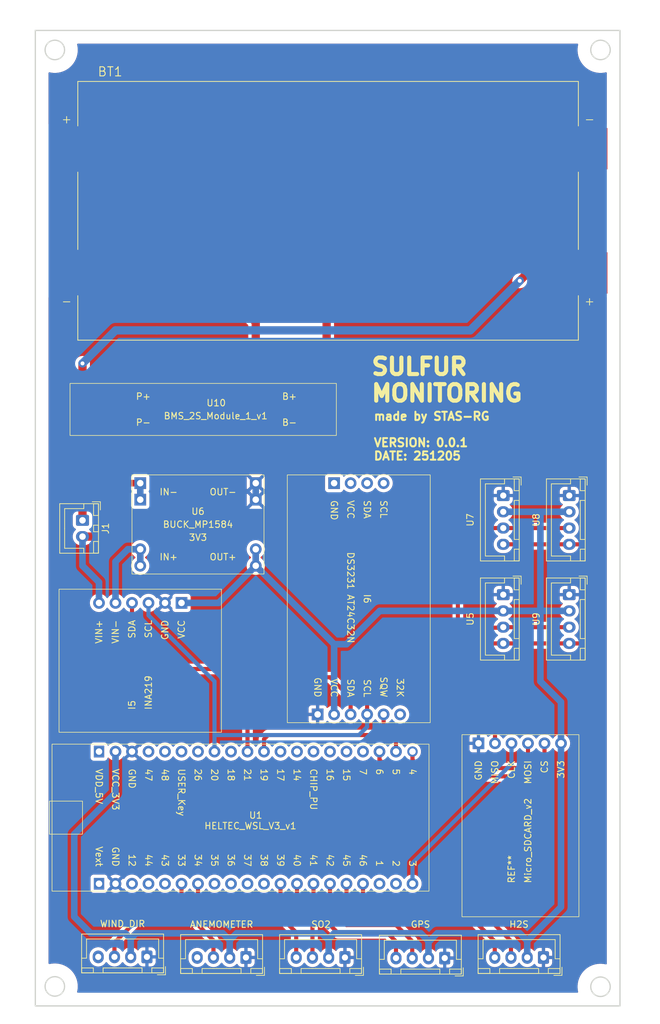
<source format=kicad_pcb>
(kicad_pcb (version 20241229) (generator "pcbnew") (generator_version "9.0")
  (layers (0 "F.Cu" signal) (2 "B.Cu" signal) (13 "F.Paste" user) (15 "B.Paste" user) (5 "F.SilkS" user "F.Silkscreen") (7 "B.SilkS" user "B.Silkscreen") (1 "F.Mask" user) (3 "B.Mask" user) (25 "Edge.Cuts" user))
  (net 0 "")
  (net 1 "+3V3")
  (net 2 "GND")
  (net 3 "SO2_TX")
  (net 4 "SO2_RX")
  (net 7 "H2S_RX")
  (net 8 "H2S_TX")
  (net 12 "GPS_TX")
  (net 15 "GPS_RX")
  (net 16 "I2C_SCL")
  (net 22 "I2C_SDA")
  (net 23 "Net-(I5-VIN-)")
  (net 24 "BMS_P+")
  (net 25 "RTC_INT_SQW")
  (net 31 "ADC_WIND_DIR")
  (net 32 "SPI_MOSI")
  (net 34 "SPI_SCK")
  (net 35 "SD_CS")
  (net 38 "SPI_MISO")
  (net 40 "ADC_ANEMOMETER")
  (net 41 "BMS_P-")
  (net 50 "Net-(U10-BM)")
  (net 51 "Net-(U10-B-)")
  (net 52 "Net-(U10-B+)")
  (footprint "Custom Board:uBlox_NEO-6M_Module_JST" (layer "F.Cu") (at 100.29 167.55 180)
    (property "Reference" "I3" (hide yes))
    (property "Value" "uBlox_NEO-6M" (hide yes))
    (fp_text user "GPS" (at 0 5.08 0) (layer "F.SilkS"))
    (pad "1" thru_hole roundrect (at -3.73 -0.09 180) (size 1.7 1.95) (drill 0.95) (layers "*.Cu" "*.Mask") (roundrect_rratio 0.147059) (net 2 "GND"))
    (pad "2" thru_hole oval (at -1.23 -0.09 180) (size 1.7 1.95) (drill 0.95) (layers "*.Cu" "*.Mask") (net 1 "+3V3"))
    (pad "3" thru_hole oval (at 1.27 -0.09 180) (size 1.7 1.95) (drill 0.95) (layers "*.Cu" "*.Mask") (net 12 "GPS_TX"))
    (pad "4" thru_hole oval (at 3.77 -0.09 180) (size 1.7 1.95) (drill 0.95) (layers "*.Cu" "*.Mask") (net 15 "GPS_RX"))
  )
  (footprint "Connector_JST:JST_XH_B4B-XH-A_1x04_P2.50mm_Vertical" (layer "F.Cu") (at 123.19 111.76 -90)
    (property "Reference" "U9" (at 3.75 5.08 90) (layer "F.SilkS"))
    (property "Value" "I2C_EXPANDER_JST")
    (pad "1" thru_hole roundrect (at 0 0 270) (size 1.7 1.95) (drill 0.95) (layers "*.Cu" "*.Mask") (roundrect_rratio 0.147059) (net 2 "GND"))
    (pad "2" thru_hole oval (at 2.5 0 270) (size 1.7 1.95) (drill 0.95) (layers "*.Cu" "*.Mask") (net 1 "+3V3"))
    (pad "3" thru_hole oval (at 5 0 270) (size 1.7 1.95) (drill 0.95) (layers "*.Cu" "*.Mask") (net 22 "I2C_SDA"))
    (pad "4" thru_hole oval (at 7.5 0 270) (size 1.7 1.95) (drill 0.95) (layers "*.Cu" "*.Mask") (net 16 "I2C_SCL"))
  )
  (footprint "Custom Board:TB600C_H2S_Module" (layer "F.Cu") (at 115.45 167.55 180)
    (property "Reference" "I2" (hide yes))
    (property "Value" "TB600C_H2S" (hide yes))
    (fp_text user "H2S" (at 0 5.08 0) (layer "F.SilkS"))
    (pad "1" thru_hole roundrect (at -3.77 0 180) (size 1.7 1.95) (drill 0.95) (layers "*.Cu" "*.Mask") (roundrect_rratio 0.147059) (net 2 "GND"))
    (pad "2" thru_hole oval (at -1.27 0 180) (size 1.7 1.95) (drill 0.95) (layers "*.Cu" "*.Mask") (net 1 "+3V3"))
    (pad "3" thru_hole oval (at 1.23 0 180) (size 1.7 1.95) (drill 0.95) (layers "*.Cu" "*.Mask") (net 8 "H2S_TX"))
    (pad "4" thru_hole oval (at 3.73 0 180) (size 1.7 1.95) (drill 0.95) (layers "*.Cu" "*.Mask") (net 7 "H2S_RX"))
  )
  (footprint "Custom Board:DS3231_Module" (layer "F.Cu") (at 89.535 112.395 -90)
    (property "Reference" "I6" (at 0 -2.54 270) (layer "F.SilkS"))
    (property "Value" "DS3231​")
    (fp_text user "GND" (at -15.24 2.54 270) (layer "F.SilkS") (effects (justify left)))
    (fp_text user "VCC" (at -15.24 0 270) (layer "F.SilkS") (effects (justify left)))
    (fp_text user "SDA" (at 15.24 -0.000001 270) (layer "F.SilkS") (effects (font (thickness 0.15) (bold yes)) (justify right)))
    (fp_text user "VCC" (at 15.24 2.539999 270) (layer "F.SilkS") (effects (font (thickness 0.15) (bold yes)) (justify right)))
    (fp_text user "SCL" (at 15.24 -2.540001 270) (layer "F.SilkS") (effects (font (thickness 0.15) (bold yes)) (justify right)))
    (fp_text user "SDA" (at -15.24 -2.54 270) (layer "F.SilkS") (effects (justify left)))
    (fp_text user "DS3231 AT24C32N" (at -0.185 0 270) (layer "F.SilkS"))
    (fp_text user "32K" (at 15.24 -7.620001 270) (layer "F.SilkS") (effects (font (thickness 0.15) (bold yes)) (justify right)))
    (fp_text user "GND" (at 15.24 5.079999 270) (layer "F.SilkS") (effects (font (thickness 0.15) (bold yes)) (justify right)))
    (fp_text user "SQW" (at 15.24 -5.080001 270) (layer "F.SilkS") (effects (font (thickness 0.15) (bold yes)) (justify right)))
    (fp_text user "SCL" (at -15.24 -5.08 270) (layer "F.SilkS") (effects (justify left)))
    (pad "1" thru_hole rect (at 17.78 5.079999 90) (size 1.8 1.8) (drill 1) (layers "*.Cu" "*.Mask") (net 2 "GND"))
    (pad "2" thru_hole circle (at 17.78 2.539999 90) (size 1.8 1.8) (drill 1) (layers "*.Cu" "*.Mask") (net 1 "+3V3"))
    (pad "3" thru_hole circle (at 17.78 -0.000001 90) (size 1.8 1.8) (drill 1) (layers "*.Cu" "*.Mask") (net 22 "I2C_SDA"))
    (pad "4" thru_hole circle (at 17.78 -2.540001 90) (size 1.8 1.8) (drill 1) (layers "*.Cu" "*.Mask") (net 16 "I2C_SCL"))
    (pad "5" thru_hole circle (at 17.78 -5.080001 90) (size 1.8 1.8) (drill 1) (layers "*.Cu" "*.Mask") (net 25 "RTC_INT_SQW"))
    (pad "6" thru_hole circle (at 17.78 -7.620001 90) (size 1.8 1.8) (drill 1) (layers "*.Cu" "*.Mask"))
    (pad "7" thru_hole rect (at -17.78 2.54 90) (size 1.8 1.8) (drill 1) (layers "*.Cu" "*.Mask"))
    (pad "8" thru_hole circle (at -17.78 0 90) (size 1.8 1.8) (drill 1) (layers "*.Cu" "*.Mask"))
    (pad "9" thru_hole circle (at -17.78 -2.54 90) (size 1.8 1.8) (drill 1) (layers "*.Cu" "*.Mask"))
    (pad "10" thru_hole circle (at -17.78 -5.08 90) (size 1.8 1.8) (drill 1) (layers "*.Cu" "*.Mask"))
  )
  (footprint "Connector_JST:JST_XH_B2B-XH-A_1x02_P2.50mm_Vertical" (layer "F.Cu") (at 48.26 100.33 -90)
    (property "Reference" "J1" (at 1.25 -3.55 90) (layer "F.SilkS"))
    (property "Value" "Conn_01x02")
    (pad "1" thru_hole roundrect (at 0 0 270) (size 1.7 2) (drill 1) (layers "*.Cu" "*.Mask") (roundrect_rratio 0.147059) (net 41 "BMS_P-"))
    (pad "2" thru_hole oval (at 2.5 0 270) (size 1.7 2) (drill 1) (layers "*.Cu" "*.Mask") (net 24 "BMS_P+"))
  )
  (footprint "Custom Board:Heltec_WSL_V3_Module" (layer "F.Cu") (at 71.12 146.05 -90)
    (property "Reference" "U1" (at -0.36 -3.81 0) (layer "F.SilkS"))
    (property "Value" "Heltec_WSL_V3")
    (fp_text user "18" (at -7.62 0 270) (layer "F.SilkS") (effects (justify left)))
    (fp_text user "43" (at 7.62 10.16 270) (layer "F.SilkS") (effects (justify right)))
    (fp_text user "2" (at 7.62 -25.4 270) (layer "F.SilkS") (effects (justify right)))
    (fp_text user "GND" (at -7.62 15.24 270) (layer "F.SilkS") (effects (justify left)))
    (fp_text user "35" (at 7.62 2.54 270) (layer "F.SilkS") (effects (justify right)))
    (fp_text user "20" (at -7.62 2.54 270) (layer "F.SilkS") (effects (justify left)))
    (fp_text user "48" (at -7.62 10.16 270) (layer "F.SilkS") (effects (justify left)))
    (fp_text user "26" (at -7.62 5.08 270) (layer "F.SilkS") (effects (justify left)))
    (fp_text user "1" (at 7.62 -22.86 270) (layer "F.SilkS") (effects (justify right)))
    (fp_text user "37" (at 7.62 -2.54 270) (layer "F.SilkS") (effects (justify right)))
    (fp_text user "12" (at 7.62 15.24 270) (layer "F.SilkS") (effects (justify right)))
    (fp_text user "21" (at -7.62 -2.54 270) (layer "F.SilkS") (effects (justify left)))
    (fp_text user "42" (at 7.62 -15.24 270) (layer "F.SilkS") (effects (justify right)))
    (fp_text user "VCC_3V3" (at -7.62 17.78 270) (layer "F.SilkS") (effects (justify left)))
    (fp_text user "36" (at 7.62 0 270) (layer "F.SilkS") (effects (justify right)))
    (fp_text user "Vext" (at 7.62 20.32 270) (layer "F.SilkS") (effects (justify right)))
    (fp_text user "39" (at 7.62 -7.62 270) (layer "F.SilkS") (effects (justify right)))
    (fp_text user "19" (at -7.62 -5.08 270) (layer "F.SilkS") (effects (justify left)))
    (fp_text user "GND" (at 7.62 17.78 270) (layer "F.SilkS") (effects (justify right)))
    (fp_text user "HELTEC_WSL_V3_v1" (at 1.27 -10.16 0) (layer "F.SilkS") (effects (justify right)))
    (fp_text user "38" (at 7.62 -5.08 270) (layer "F.SilkS") (effects (justify right)))
    (fp_text user "4" (at -7.62 -27.94 270) (layer "F.SilkS") (effects (justify left)))
    (fp_text user "40" (at 7.62 -10.16 270) (layer "F.SilkS") (effects (justify right)))
    (fp_text user "33" (at 7.62 7.62 270) (layer "F.SilkS") (effects (justify right)))
    (fp_text user "45" (at 7.62 -17.78 270) (layer "F.SilkS") (effects (justify right)))
    (fp_text user "46" (at 7.62 -20.32 270) (layer "F.SilkS") (effects (justify right)))
    (fp_text user "USER_Key" (at -7.62 7.62 270) (layer "F.SilkS") (effects (justify left)))
    (fp_text user "CHIP_PU" (at -7.62 -12.7 270) (layer "F.SilkS") (effects (justify left)))
    (fp_text user "41" (at 7.62 -12.7 270) (layer "F.SilkS") (effects (justify right)))
    (fp_text user "34" (at 7.62 5.08 270) (layer "F.SilkS") (effects (justify right)))
    (fp_text user "44" (at 7.62 12.7 270) (layer "F.SilkS") (effects (justify right)))
    (fp_text user "VDD_5V" (at -7.62 20.32 270) (layer "F.SilkS") (effects (justify left)))
    (fp_text user "17" (at -7.62 -7.62 270) (layer "F.SilkS") (effects (justify left)))
    (fp_text user "15" (at -7.62 -17.78 270) (layer "F.SilkS") (effects (justify left)))
    (fp_text user "14" (at -7.62 -10.16 270) (layer "F.SilkS") (effects (justify left)))
    (fp_text user "5" (at -7.62 -25.4 270) (layer "F.SilkS") (effects (justify left)))
    (fp_text user "7" (at -7.62 -20.32 270) (layer "F.SilkS") (effects (justify left)))
    (fp_text user "6" (at -7.62 -22.86 270) (layer "F.SilkS") (effects (justify left)))
    (fp_text user "47" (at -7.62 12.7 270) (layer "F.SilkS") (effects (justify left)))
    (fp_text user "16" (at -7.62 -15.24 270) (layer "F.SilkS") (effects (justify left)))
    (fp_text user "3" (at 7.62 -27.94 270) (layer "F.SilkS") (effects (justify right)))
    (pad "1" thru_hole rect (at 10.16 20.32 270) (size 1.8 1.6) (drill 1) (layers "*.Cu" "*.Mask"))
    (pad "2" thru_hole circle (at 10.16 17.78 180) (size 1.8 1.8) (drill 1) (layers "*.Cu" "*.Mask") (net 2 "GND"))
    (pad "3" thru_hole circle (at 10.16 15.24 180) (size 1.8 1.8) (drill 1) (layers "*.Cu" "*.Mask"))
    (pad "4" thru_hole circle (at 10.16 12.7 180) (size 1.8 1.8) (drill 1) (layers "*.Cu" "*.Mask"))
    (pad "5" thru_hole circle (at 10.16 10.16 180) (size 1.8 1.8) (drill 1) (layers "*.Cu" "*.Mask"))
    (pad "6" thru_hole circle (at 10.16 7.62 180) (size 1.8 1.8) (drill 1) (layers "*.Cu" "*.Mask") (net 31 "ADC_WIND_DIR"))
    (pad "7" thru_hole circle (at 10.16 5.08 180) (size 1.8 1.8) (drill 1) (layers "*.Cu" "*.Mask") (net 40 "ADC_ANEMOMETER"))
    (pad "8" thru_hole circle (at 10.16 2.54 180) (size 1.8 1.8) (drill 1) (layers "*.Cu" "*.Mask"))
    (pad "9" thru_hole circle (at 10.16 0 180) (size 1.8 1.8) (drill 1) (layers "*.Cu" "*.Mask"))
    (pad "10" thru_hole circle (at 10.16 -2.54 180) (size 1.8 1.8) (drill 1) (layers "*.Cu" "*.Mask"))
    (pad "11" thru_hole circle (at 10.16 -5.08 180) (size 1.8 1.8) (drill 1) (layers "*.Cu" "*.Mask"))
    (pad "12" thru_hole circle (at 10.16 -7.62 180) (size 1.8 1.8) (drill 1) (layers "*.Cu" "*.Mask") (net 4 "SO2_RX"))
    (pad "13" thru_hole circle (at 10.16 -10.16 180) (size 1.8 1.8) (drill 1) (layers "*.Cu" "*.Mask") (net 3 "SO2_TX"))
    (pad "14" thru_hole circle (at 10.16 -12.7 180) (size 1.8 1.8) (drill 1) (layers "*.Cu" "*.Mask") (net 15 "GPS_RX"))
    (pad "15" thru_hole circle (at 10.16 -15.24 180) (size 1.8 1.8) (drill 1) (layers "*.Cu" "*.Mask") (net 12 "GPS_TX"))
    (pad "16" thru_hole circle (at 10.16 -17.78 180) (size 1.8 1.8) (drill 1) (layers "*.Cu" "*.Mask") (net 7 "H2S_RX"))
    (pad "17" thru_hole circle (at 10.16 -20.32 180) (size 1.8 1.8) (drill 1) (layers "*.Cu" "*.Mask") (net 8 "H2S_TX"))
    (pad "18" thru_hole circle (at 10.16 -22.86 180) (size 1.8 1.8) (drill 1) (layers "*.Cu" "*.Mask"))
    (pad "19" thru_hole circle (at 10.16 -25.4 180) (size 1.8 1.8) (drill 1) (layers "*.Cu" "*.Mask"))
    (pad "20" thru_hole circle (at 10.16 -27.94 180) (size 1.8 1.8) (drill 1) (layers "*.Cu" "*.Mask") (net 34 "SPI_SCK"))
    (pad "21" thru_hole rect (at -10.16 20.32 270) (size 1.8 1.6) (drill 1) (layers "*.Cu" "*.Mask"))
    (pad "22" thru_hole circle (at -10.16 17.78 180) (size 1.8 1.8) (drill 1) (layers "*.Cu" "*.Mask") (net 1 "+3V3"))
    (pad "23" thru_hole circle (at -10.16 15.24 180) (size 1.8 1.8) (drill 1) (layers "*.Cu" "*.Mask") (net 2 "GND"))
    (pad "24" thru_hole circle (at -10.16 12.7 180) (size 1.8 1.8) (drill 1) (layers "*.Cu" "*.Mask"))
    (pad "25" thru_hole circle (at -10.16 10.16 180) (size 1.8 1.8) (drill 1) (layers "*.Cu" "*.Mask"))
    (pad "26" thru_hole circle (at -10.16 7.62 180) (size 1.8 1.8) (drill 1) (layers "*.Cu" "*.Mask"))
    (pad "27" thru_hole circle (at -10.16 5.08 180) (size 1.8 1.8) (drill 1) (layers "*.Cu" "*.Mask"))
    (pad "28" thru_hole circle (at -10.16 2.54 180) (size 1.8 1.8) (drill 1) (layers "*.Cu" "*.Mask") (net 16 "I2C_SCL"))
    (pad "29" thru_hole circle (at -10.16 0 180) (size 1.8 1.8) (drill 1) (layers "*.Cu" "*.Mask"))
    (pad "30" thru_hole circle (at -10.16 -2.54 180) (size 1.8 1.8) (drill 1) (layers "*.Cu" "*.Mask") (net 22 "I2C_SDA"))
    (pad "31" thru_hole circle (at -10.16 -5.08 180) (size 1.8 1.8) (drill 1) (layers "*.Cu" "*.Mask") (net 25 "RTC_INT_SQW"))
    (pad "32" thru_hole circle (at -10.16 -7.62 180) (size 1.8 1.8) (drill 1) (layers "*.Cu" "*.Mask"))
    (pad "33" thru_hole circle (at -10.16 -10.16 180) (size 1.8 1.8) (drill 1) (layers "*.Cu" "*.Mask"))
    (pad "34" thru_hole circle (at -10.16 -12.7 180) (size 1.8 1.8) (drill 1) (layers "*.Cu" "*.Mask"))
    (pad "35" thru_hole circle (at -10.16 -15.24 180) (size 1.8 1.8) (drill 1) (layers "*.Cu" "*.Mask"))
    (pad "36" thru_hole circle (at -10.16 -17.78 180) (size 1.8 1.8) (drill 1) (layers "*.Cu" "*.Mask"))
    (pad "37" thru_hole circle (at -10.16 -20.32 180) (size 1.8 1.8) (drill 1) (layers "*.Cu" "*.Mask"))
    (pad "38" thru_hole circle (at -10.16 -22.86 180) (size 1.8 1.8) (drill 1) (layers "*.Cu" "*.Mask") (net 35 "SD_CS"))
    (pad "39" thru_hole circle (at -10.16 -25.4 180) (size 1.8 1.8) (drill 1) (layers "*.Cu" "*.Mask") (net 38 "SPI_MISO"))
    (pad "40" thru_hole circle (at -10.16 -27.94 180) (size 1.6 1.6) (drill 1) (layers "*.Cu" "*.Mask") (net 32 "SPI_MOSI"))
  )
  (footprint "Custom Board:Micro_SDCARD_v2_Module" (layer "F.Cu") (at 115.57 147.32 90)
    (property "Reference" "U3" (hide yes))
    (property "Value" "Micro_SDCARD_v2" (hide yes))
    (fp_text user "CLK" (at 10.16 -1.27 90) (layer "F.SilkS") (effects (justify right)))
    (fp_text user "GND" (at 10.16 -6.35 90) (layer "F.SilkS") (effects (justify right)))
    (fp_text user "3V3" (at 10.16 6.35 90) (layer "F.SilkS") (effects (justify right)))
    (fp_text user "MISO" (at 10.16 -3.81 90) (layer "F.SilkS") (effects (justify right)))
    (fp_text user "Micro_SDCARD_v2" (at -8.89 1.27 90) (layer "F.SilkS") (effects (justify left)))
    (fp_text user "REF**" (at -8.89 -1.27 90) (layer "F.SilkS") (effects (justify left)))
    (fp_text user "MOSI" (at 10.16 1.27 90) (layer "F.SilkS") (effects (justify right)))
    (fp_text user "CS" (at 10.16 3.81 90) (layer "F.SilkS") (effects (justify right)))
    (pad "1" thru_hole rect (at 12.7 -6.35) (size 1.8 1.8) (drill 1) (layers "*.Cu" "*.Mask") (net 2 "GND"))
    (pad "2" thru_hole circle (at 12.7 -3.81) (size 1.8 1.8) (drill 1) (layers "*.Cu" "*.Mask") (net 38 "SPI_MISO"))
    (pad "3" thru_hole circle (at 12.7 -1.27) (size 1.8 1.8) (drill 1) (layers "*.Cu" "*.Mask") (net 34 "SPI_SCK"))
    (pad "4" thru_hole circle (at 12.7 1.27) (size 1.8 1.8) (drill 1) (layers "*.Cu" "*.Mask") (net 32 "SPI_MOSI"))
    (pad "5" thru_hole circle (at 12.7 3.81) (size 1.8 1.8) (drill 1) (layers "*.Cu" "*.Mask") (net 35 "SD_CS"))
    (pad "6" thru_hole circle (at 12.7 6.35) (size 1.8 1.8) (drill 1) (layers "*.Cu" "*.Mask") (net 1 "+3V3"))
  )
  (footprint "Connector_JST:JST_XH_B4B-XH-A_1x04_P2.50mm_Vertical" (layer "F.Cu") (at 113.03 96.52 -90)
    (property "Reference" "U7" (at 3.75 5.08 90) (layer "F.SilkS"))
    (property "Value" "Light_Sensor_I2C_JST")
    (pad "1" thru_hole roundrect (at 0 0 270) (size 1.7 1.95) (drill 0.95) (layers "*.Cu" "*.Mask") (roundrect_rratio 0.147059) (net 2 "GND"))
    (pad "2" thru_hole oval (at 2.5 0 270) (size 1.7 1.95) (drill 0.95) (layers "*.Cu" "*.Mask") (net 1 "+3V3"))
    (pad "3" thru_hole oval (at 5 0 270) (size 1.7 1.95) (drill 0.95) (layers "*.Cu" "*.Mask") (net 22 "I2C_SDA"))
    (pad "4" thru_hole oval (at 7.5 0 270) (size 1.7 1.95) (drill 0.95) (layers "*.Cu" "*.Mask") (net 16 "I2C_SCL"))
  )
  (footprint "Connector_JST:JST_XH_B4B-XH-A_1x04_P2.50mm_Vertical" (layer "F.Cu") (at 123.19 96.52 -90)
    (property "Reference" "U8" (at 3.75 5.08 90) (layer "F.SilkS"))
    (property "Value" "I2C_EXPANDER_JST")
    (pad "1" thru_hole roundrect (at 0 0 270) (size 1.7 1.95) (drill 0.95) (layers "*.Cu" "*.Mask") (roundrect_rratio 0.147059) (net 2 "GND"))
    (pad "2" thru_hole oval (at 2.5 0 270) (size 1.7 1.95) (drill 0.95) (layers "*.Cu" "*.Mask") (net 1 "+3V3"))
    (pad "3" thru_hole oval (at 5 0 270) (size 1.7 1.95) (drill 0.95) (layers "*.Cu" "*.Mask") (net 22 "I2C_SDA"))
    (pad "4" thru_hole oval (at 7.5 0 270) (size 1.7 1.95) (drill 0.95) (layers "*.Cu" "*.Mask") (net 16 "I2C_SCL"))
  )
  (footprint "1048:BAT_1048" (layer "F.Cu") (at 86.066 52.735)
    (property "Reference" "BT1" (at -33.555 -21.389 0) (layer "F.SilkS") (effects (font (size 1.4 1.4))))
    (property "Value" "1048")
    (pad "N1" smd rect (at 39.33 -9.555) (size 7.34 6.35) (layers "F.Cu" "F.Mask" "F.Paste") (net 50 "Net-(U10-BM)"))
    (pad "N2" smd rect (at -39.33 9.555) (size 7.34 6.35) (layers "F.Cu" "F.Mask" "F.Paste") (net 51 "Net-(U10-B-)"))
    (pad "P1" smd rect (at -39.33 -9.555) (size 7.34 6.35) (layers "F.Cu" "F.Mask" "F.Paste") (net 52 "Net-(U10-B+)"))
    (pad "P2" smd rect (at 39.33 9.555) (size 7.34 6.35) (layers "F.Cu" "F.Mask" "F.Paste") (net 50 "Net-(U10-BM)"))
  )
  (footprint "Custom Board:STASRG_Anemometer_Module" (layer "F.Cu") (at 69.67 167.55 180)
    (property "Reference" "U2" (hide yes))
    (property "Value" "Anemometer")
    (fp_text user "ANEMOMETER" (at 0 5.08 0) (layer "F.SilkS"))
    (pad "1" thru_hole roundrect (at -3.75 0 180) (size 1.7 1.95) (drill 0.95) (layers "*.Cu" "*.Mask") (roundrect_rratio 0.147059) (net 2 "GND"))
    (pad "2" thru_hole oval (at -1.25 0 180) (size 1.7 1.95) (drill 0.95) (layers "*.Cu" "*.Mask") (net 1 "+3V3"))
    (pad "3" thru_hole oval (at 1.25 0 180) (size 1.7 1.95) (drill 0.95) (layers "*.Cu" "*.Mask") (net 40 "ADC_ANEMOMETER"))
    (pad "4" thru_hole oval (at 3.75 0 180) (size 1.7 1.95) (drill 0.95) (layers "*.Cu" "*.Mask"))
  )
  (footprint "Custom Board:STASRG_Wind_Dir_Module" (layer "F.Cu") (at 54.43 167.46 180)
    (property "Reference" "U4" (hide yes))
    (property "Value" "Wind_Direction" (hide yes))
    (fp_text user "WIND_DIR" (at 0 5.08 0) (layer "F.SilkS"))
    (pad "1" thru_hole roundrect (at -3.75 0 180) (size 1.7 1.95) (drill 0.95) (layers "*.Cu" "*.Mask") (roundrect_rratio 0.147059) (net 2 "GND"))
    (pad "2" thru_hole oval (at -1.25 0 180) (size 1.7 1.95) (drill 0.95) (layers "*.Cu" "*.Mask") (net 1 "+3V3"))
    (pad "3" thru_hole oval (at 1.25 0 180) (size 1.7 1.95) (drill 0.95) (layers "*.Cu" "*.Mask") (net 31 "ADC_WIND_DIR"))
    (pad "4" thru_hole oval (at 3.75 0 180) (size 1.7 1.95) (drill 0.95) (layers "*.Cu" "*.Mask"))
  )
  (footprint "Custom Board:TB600B_SO2_Module" (layer "F.Cu") (at 84.97 167.55 180)
    (property "Reference" "I1" (hide yes))
    (property "Value" "TB600B SO2" (hide yes))
    (fp_text user "SO2" (at 0 5.08 0) (layer "F.SilkS"))
    (pad "1" thru_hole roundrect (at -3.69 0 180) (size 1.7 1.95) (drill 0.95) (layers "*.Cu" "*.Mask") (roundrect_rratio 0.147059) (net 2 "GND"))
    (pad "2" thru_hole oval (at -1.19 0 180) (size 1.7 1.95) (drill 0.95) (layers "*.Cu" "*.Mask") (net 1 "+3V3"))
    (pad "3" thru_hole oval (at 1.31 0 180) (size 1.7 1.95) (drill 0.95) (layers "*.Cu" "*.Mask") (net 3 "SO2_TX"))
    (pad "4" thru_hole oval (at 3.81 0 180) (size 1.7 1.95) (drill 0.95) (layers "*.Cu" "*.Mask") (net 4 "SO2_RX"))
  )
  (footprint "Custom Board:BUCK_MP1584_3V3_Module" (layer "F.Cu") (at 66.04 100.965)
    (property "Reference" "U6" (at 0 -2 0) (layer "F.SilkS"))
    (property "Value" "BUCK_MP1584_3V3")
    (fp_text user "OUT+" (at 6 5 0) (layer "F.SilkS") (effects (justify right)))
    (fp_text user "3V3" (at 0 2 0) (layer "F.SilkS"))
    (fp_text user "IN+" (at -6 5 0) (layer "F.SilkS") (effects (justify left)))
    (fp_text user "IN-" (at -6 -5 0) (layer "F.SilkS") (effects (justify left)))
    (fp_text user "BUCK_MP1584" (at 0 0 0) (layer "F.SilkS"))
    (fp_text user "OUT-" (at 6 -5 0) (layer "F.SilkS") (effects (justify right)))
    (pad "1" thru_hole circle (at -8.89 3.81) (size 1.8 1.8) (drill 1) (layers "*.Cu" "*.Mask") (net 23 "Net-(I5-VIN-)"))
    (pad "1" thru_hole circle (at -8.89 6.35) (size 1.8 1.8) (drill 1) (layers "*.Cu" "*.Mask") (net 23 "Net-(I5-VIN-)"))
    (pad "2" thru_hole rect (at -8.89 -6.35) (size 1.8 1.8) (drill 1) (layers "*.Cu" "*.Mask") (net 41 "BMS_P-"))
    (pad "2" thru_hole rect (at -8.89 -3.81) (size 1.8 1.8) (drill 1) (layers "*.Cu" "*.Mask") (net 41 "BMS_P-"))
    (pad "3" thru_hole circle (at 8.89 3.81) (size 1.8 1.8) (drill 1) (layers "*.Cu" "*.Mask") (net 1 "+3V3"))
    (pad "3" thru_hole circle (at 8.89 6.35) (size 1.8 1.8) (drill 1) (layers "*.Cu" "*.Mask") (net 1 "+3V3"))
    (pad "4" thru_hole rect (at 8.89 -6.35) (size 1.8 1.8) (drill 1) (layers "*.Cu" "*.Mask") (net 2 "GND"))
    (pad "4" thru_hole rect (at 8.89 -3.81) (size 1.8 1.8) (drill 1) (layers "*.Cu" "*.Mask") (net 2 "GND"))
  )
  (footprint "Custom Board:INA219_Module" (layer "F.Cu") (at 57.15 121.92 90)
    (property "Reference" "I5" (at -7.62 -1.27 90) (layer "F.SilkS") (effects (justify left)))
    (property "Value" "INA219")
    (fp_text user "VIN-" (at 6.35 -3.81 90) (layer "F.SilkS") (effects (justify right)))
    (fp_text user "VCC" (at 6.35 6.35 90) (layer "F.SilkS") (effects (justify right)))
    (fp_text user "INA219" (at -7.62 1.27 90) (layer "F.SilkS") (effects (justify left)))
    (fp_text user "SDA" (at 6.35 -1.27 90) (layer "F.SilkS") (effects (justify right)))
    (fp_text user "VIN+" (at 6.35 -6.35 90) (layer "F.SilkS") (effects (justify right)))
    (fp_text user "GND" (at 6.35 3.81 90) (layer "F.SilkS") (effects (justify right)))
    (fp_text user "SCL" (at 6.35 1.27 90) (layer "F.SilkS") (effects (justify right)))
    (pad "1" thru_hole rect (at 8.89 6.35 180) (size 1.8 1.8) (drill 1) (layers "*.Cu" "*.Mask") (net 1 "+3V3"))
    (pad "2" thru_hole circle (at 8.89 3.81 180) (size 1.8 1.8) (drill 1) (layers "*.Cu" "*.Mask") (net 2 "GND"))
    (pad "3" thru_hole circle (at 8.89 1.27 180) (size 1.8 1.8) (drill 1) (layers "*.Cu" "*.Mask") (net 16 "I2C_SCL"))
    (pad "4" thru_hole circle (at 8.89 -1.27 180) (size 1.8 1.8) (drill 1) (layers "*.Cu" "*.Mask") (net 22 "I2C_SDA"))
    (pad "5" thru_hole circle (at 8.89 -3.81 180) (size 1.8 1.8) (drill 1) (layers "*.Cu" "*.Mask") (net 23 "Net-(I5-VIN-)"))
    (pad "6" thru_hole circle (at 8.89 -6.35 180) (size 1.8 1.8) (drill 1) (layers "*.Cu" "*.Mask") (net 24 "BMS_P+"))
  )
  (footprint "Custom Board:BMS_2S_Module_1_v1" (layer "F.Cu") (at 66.84 83.28)
    (property "Reference" "U10" (at 2 -1 0) (layer "F.SilkS"))
    (property "Value" "BMS_2S_Module_1_v1")
    (fp_text user "B+" (at 14.5 -2 0) (layer "F.SilkS") (effects (justify right)))
    (fp_text user "B-" (at 14.5 2 0) (layer "F.SilkS") (effects (justify right)))
    (fp_text user "BMS_2S_Module_1_v1" (at 10 1 0) (layer "F.SilkS") (effects (justify right)))
    (fp_text user "P+" (at -8 -2 0) (layer "F.SilkS") (effects (justify right)))
    (fp_text user "P-" (at -8 2 0) (layer "F.SilkS") (effects (justify right)))
    (pad "1" smd oval (at -13.5 2) (size 4 3) (layers "F.Cu" "F.Mask" "F.Paste") (net 41 "BMS_P-"))
    (pad "2" smd oval (at -13.5 -2) (size 4 3) (layers "F.Cu" "F.Mask" "F.Paste") (net 24 "BMS_P+"))
    (pad "3" smd roundrect (at 19 2) (size 6 3) (layers "F.Cu" "F.Mask" "F.Paste") (roundrect_rratio 0.15) (net 51 "Net-(U10-B-)"))
    (pad "4" smd roundrect (at 19 -2) (size 6 3) (layers "F.Cu" "F.Mask" "F.Paste") (roundrect_rratio 0.15) (net 52 "Net-(U10-B+)"))
    (pad "5" smd roundrect (at -19.25 0 90) (size 4 4.5) (layers "F.Cu" "F.Mask" "F.Paste") (roundrect_rratio 0.15) (net 50 "Net-(U10-BM)"))
  )
  (footprint "Connector_JST:JST_XH_B4B-XH-A_1x04_P2.50mm_Vertical" (layer "F.Cu") (at 113.03 111.76 -90)
    (property "Reference" "U5" (at 3.75 5.08 270) (layer "F.SilkS"))
    (property "Value" "BME280_Module_JST")
    (pad "1" thru_hole roundrect (at 0 0 270) (size 1.7 1.95) (drill 0.95) (layers "*.Cu" "*.Mask") (roundrect_rratio 0.147059) (net 2 "GND"))
    (pad "2" thru_hole oval (at 2.5 0 270) (size 1.7 1.95) (drill 0.95) (layers "*.Cu" "*.Mask") (net 1 "+3V3"))
    (pad "3" thru_hole oval (at 5 0 270) (size 1.7 1.95) (drill 0.95) (layers "*.Cu" "*.Mask") (net 22 "I2C_SDA"))
    (pad "4" thru_hole oval (at 7.5 0 270) (size 1.7 1.95) (drill 0.95) (layers "*.Cu" "*.Mask") (net 16 "I2C_SCL"))
  )
  (gr_circle (center 44 28) (end 45.5 28) (stroke (width 0.2)) (fill no) (layer "Edge.Cuts"))
  (gr_circle (center 44 172) (end 45.5 172) (stroke (width 0.2)) (fill no) (layer "Edge.Cuts"))
  (gr_rect (start 41 25) (end 131 175) (stroke (width 0.2)) (fill no) (layer "Edge.Cuts"))
  (gr_circle (center 128 172.05) (end 129.5 172.05) (stroke (width 0.2)) (fill no) (layer "Edge.Cuts"))
  (gr_circle (center 128 28) (end 129.5 28) (stroke (width 0.2)) (fill no) (layer "Edge.Cuts"))
  (gr_text "SULFUR\nMONITORING\n" (at 92.456 78.74 0) (layer "F.SilkS") (effects (font (size 2.54 2.54) (thickness 0.762)) (justify left)))
  (gr_text "made by STAS-RG" (at 92.964 84.328 0) (layer "F.SilkS") (effects (font (size 1.27 1.27) (thickness 0.3) (bold yes)) (justify left)))
  (gr_text "VERSION: 0.0.1\nDATE: 251205" (at 92.964 89.408 0) (layer "F.SilkS") (effects (font (size 1.27 1.27) (thickness 0.3) (bold yes)) (justify left)))
  (segment (start 86.16 164.9) (end 86.16 167.55) (width 1.016) (layer "B.Cu") (net 1))
  (segment (start 86.16 164.9) (end 86.16 164.665) (width 1.016) (layer "B.Cu") (net 1))
  (segment (start 74.93 107.315) (end 69.215 113.03) (width 1.016) (layer "B.Cu") (net 1))
  (segment (start 53.34 135.89) (end 53.34 142.24) (width 1.016) (layer "B.Cu") (net 1))
  (segment (start 55.68 167.46) (end 55.68 164.665) (width 1.016) (layer "B.Cu") (net 1))
  (segment (start 118.745 125.095) (end 121.92 128.27) (width 1.016) (layer "B.Cu") (net 1))
  (segment (start 100.33 163.83) (end 101.52 165.02) (width 1.016) (layer "B.Cu") (net 1))
  (segment (start 70.92 164.9) (end 70.92 167.55) (width 1.016) (layer "B.Cu") (net 1))
  (segment (start 121.92 128.27) (end 121.92 134.62) (width 1.016) (layer "B.Cu") (net 1))
  (segment (start 102.87 163.83) (end 115.57 163.83) (width 1.016) (layer "B.Cu") (net 1))
  (segment (start 113.03 114.26) (end 94.02 114.26) (width 1.016) (layer "B.Cu") (net 1))
  (segment (start 74.93 104.775) (end 74.93 107.315) (width 1.016) (layer "B.Cu") (net 1))
  (segment (start 71.99 163.83) (end 85.09 163.83) (width 1.016) (layer "B.Cu") (net 1))
  (segment (start 69.215 113.03) (end 63.5 113.03) (width 1.016) (layer "B.Cu") (net 1))
  (segment (start 118.745 99.02) (end 118.745 114.26) (width 1.016) (layer "B.Cu") (net 1))
  (segment (start 69.85 163.83) (end 70.92 164.9) (width 1.016) (layer "B.Cu") (net 1))
  (segment (start 85.09 163.83) (end 86.16 164.9) (width 1.016) (layer "B.Cu") (net 1))
  (segment (start 118.745 114.26) (end 118.745 125.095) (width 1.016) (layer "B.Cu") (net 1))
  (segment (start 46.99 148.59) (end 46.99 161.29) (width 1.016) (layer "B.Cu") (net 1))
  (segment (start 55.68 164.665) (end 56.515 163.83) (width 1.016) (layer "B.Cu") (net 1))
  (segment (start 101.52 165.02) (end 101.52 167.64) (width 1.016) (layer "B.Cu") (net 1))
  (segment (start 116.72 164.98) (end 116.72 167.55) (width 1.016) (layer "B.Cu") (net 1))
  (segment (start 101.52 165.02) (end 101.68 165.02) (width 1.016) (layer "B.Cu") (net 1))
  (segment (start 86.995001 119.380001) (end 74.93 107.315) (width 1.016) (layer "B.Cu") (net 1))
  (segment (start 101.68 165.02) (end 102.87 163.83) (width 1.016) (layer "B.Cu") (net 1))
  (segment (start 118.745 114.26) (end 123.19 114.26) (width 1.016) (layer "B.Cu") (net 1))
  (segment (start 118.745 99.02) (end 123.19 99.02) (width 1.016) (layer "B.Cu") (net 1))
  (segment (start 86.16 164.665) (end 86.995 163.83) (width 1.016) (layer "B.Cu") (net 1))
  (segment (start 46.99 161.29) (end 49.53 163.83) (width 1.016) (layer "B.Cu") (net 1))
  (segment (start 115.57 163.83) (end 116.72 164.98) (width 1.016) (layer "B.Cu") (net 1))
  (segment (start 94.02 114.26) (end 88.899999 119.380001) (width 1.016) (layer "B.Cu") (net 1))
  (segment (start 49.53 163.83) (end 54.845 163.83) (width 1.016) (layer "B.Cu") (net 1))
  (segment (start 70.92 164.9) (end 71.99 163.83) (width 1.016) (layer "B.Cu") (net 1))
  (segment (start 116.84 167.43) (end 116.72 167.55) (width 1.016) (layer "B.Cu") (net 1))
  (segment (start 56.515 163.83) (end 69.85 163.83) (width 1.016) (layer "B.Cu") (net 1))
  (segment (start 88.899999 119.380001) (end 86.995001 119.380001) (width 1.016) (layer "B.Cu") (net 1))
  (segment (start 121.92 134.62) (end 121.92 159.78) (width 1.016) (layer "B.Cu") (net 1))
  (segment (start 86.995001 130.175) (end 86.995001 119.380001) (width 1.016) (layer "B.Cu") (net 1))
  (segment (start 121.92 159.78) (end 116.72 164.98) (width 1.016) (layer "B.Cu") (net 1))
  (segment (start 53.34 142.24) (end 46.99 148.59) (width 1.016) (layer "B.Cu") (net 1))
  (segment (start 86.995 163.83) (end 100.33 163.83) (width 1.016) (layer "B.Cu") (net 1))
  (segment (start 54.845 163.83) (end 55.68 164.665) (width 1.016) (layer "B.Cu") (net 1))
  (segment (start 113.03 114.26) (end 118.745 114.26) (width 1.016) (layer "B.Cu") (net 1))
  (segment (start 113.03 99.02) (end 118.745 99.02) (width 1.016) (layer "B.Cu") (net 1))
  (segment (start 74.93 94.615) (end 74.93 97.155) (width 1.016) (layer "B.Cu") (net 2))
  (segment (start 81.28 160.02) (end 83.66 162.4) (width 0.635) (layer "F.Cu") (net 3))
  (segment (start 81.28 156.21) (end 81.28 160.02) (width 0.635) (layer "F.Cu") (net 3))
  (segment (start 83.66 162.4) (end 83.66 167.55) (width 0.635) (layer "F.Cu") (net 3))
  (segment (start 78.74 161.29) (end 78.74 156.21) (width 0.635) (layer "F.Cu") (net 4))
  (segment (start 81.16 163.71) (end 78.74 161.29) (width 0.635) (layer "F.Cu") (net 4))
  (segment (start 81.16 167.55) (end 81.16 163.71) (width 0.635) (layer "F.Cu") (net 4))
  (segment (start 88.9 156.21) (end 88.9 160.02) (width 0.635) (layer "F.Cu") (net 7))
  (segment (start 90.17 161.29) (end 107.95 161.29) (width 0.635) (layer "F.Cu") (net 7))
  (segment (start 88.9 160.02) (end 90.17 161.29) (width 0.635) (layer "F.Cu") (net 7))
  (segment (start 107.95 161.29) (end 111.72 165.06) (width 0.635) (layer "F.Cu") (net 7))
  (segment (start 111.72 165.06) (end 111.72 167.55) (width 0.635) (layer "F.Cu") (net 7))
  (segment (start 114.22 165.02) (end 114.22 167.55) (width 0.635) (layer "F.Cu") (net 8))
  (segment (start 114.3 167.47) (end 114.22 167.55) (width 0.635) (layer "F.Cu") (net 8))
  (segment (start 109.22 160.02) (end 114.22 165.02) (width 0.635) (layer "F.Cu") (net 8))
  (segment (start 92.71 160.02) (end 109.22 160.02) (width 0.635) (layer "F.Cu") (net 8))
  (segment (start 91.44 158.75) (end 92.71 160.02) (width 0.635) (layer "F.Cu") (net 8))
  (segment (start 91.44 156.21) (end 91.44 158.75) (width 0.635) (layer "F.Cu") (net 8))
  (segment (start 88.9 162.56) (end 96.52 162.56) (width 0.635) (layer "F.Cu") (net 12))
  (segment (start 99.06 167.6) (end 99.02 167.64) (width 0.635) (layer "F.Cu") (net 12))
  (segment (start 99.02 165.06) (end 99.02 167.64) (width 0.635) (layer "F.Cu") (net 12))
  (segment (start 96.52 162.56) (end 99.02 165.06) (width 0.635) (layer "F.Cu") (net 12))
  (segment (start 86.36 160.02) (end 88.9 162.56) (width 0.635) (layer "F.Cu") (net 12))
  (segment (start 86.36 156.21) (end 86.36 160.02) (width 0.635) (layer "F.Cu") (net 12))
  (segment (start 96.52 165.1) (end 96.52 167.64) (width 0.635) (layer "F.Cu") (net 15))
  (segment (start 83.82 156.21) (end 83.82 160.02) (width 0.635) (layer "F.Cu") (net 15))
  (segment (start 87.63 163.83) (end 95.25 163.83) (width 0.635) (layer "F.Cu") (net 15))
  (segment (start 83.82 160.02) (end 87.63 163.83) (width 0.635) (layer "F.Cu") (net 15))
  (segment (start 95.25 163.83) (end 96.52 165.1) (width 0.635) (layer "F.Cu") (net 15))
  (segment (start 113.03 104.02) (end 123.19 104.02) (width 0.635) (layer "F.Cu") (net 16))
  (segment (start 124.975 104.02) (end 127 106.045) (width 0.635) (layer "F.Cu") (net 16))
  (segment (start 113.03 119.26) (end 123.19 119.26) (width 0.635) (layer "F.Cu") (net 16))
  (segment (start 92.075001 130.175) (end 92.075001 127.635001) (width 0.635) (layer "F.Cu") (net 16))
  (segment (start 92.075 127.635) (end 100.45 119.26) (width 0.635) (layer "F.Cu") (net 16))
  (segment (start 100.45 119.26) (end 113.03 119.26) (width 0.635) (layer "F.Cu") (net 16))
  (segment (start 125.215 119.26) (end 123.19 119.26) (width 0.635) (layer "F.Cu") (net 16))
  (segment (start 127 117.475) (end 125.215 119.26) (width 0.635) (layer "F.Cu") (net 16))
  (segment (start 123.19 104.02) (end 124.975 104.02) (width 0.635) (layer "F.Cu") (net 16))
  (segment (start 127 106.045) (end 127 117.475) (width 0.635) (layer "F.Cu") (net 16))
  (segment (start 92.075001 127.635001) (end 92.075 127.635) (width 0.635) (layer "F.Cu") (net 16))
  (segment (start 68.58 133.35) (end 68.58 135.89) (width 0.635) (layer "B.Cu") (net 16))
  (segment (start 92.075001 130.175) (end 92.075001 132.079999) (width 0.635) (layer "B.Cu") (net 16))
  (segment (start 68.58 125.095) (end 68.58 133.35) (width 0.635) (layer "B.Cu") (net 16))
  (segment (start 90.805 133.35) (end 68.58 133.35) (width 0.635) (layer "B.Cu") (net 16))
  (segment (start 58.42 113.03) (end 58.42 114.935) (width 0.635) (layer "B.Cu") (net 16))
  (segment (start 92.075001 132.079999) (end 90.805 133.35) (width 0.635) (layer "B.Cu") (net 16))
  (segment (start 58.42 114.935) (end 68.58 125.095) (width 0.635) (layer "B.Cu") (net 16))
  (segment (start 106.045 105.41) (end 106.045 116.84) (width 0.635) (layer "F.Cu") (net 22))
  (segment (start 89.535001 127.635001) (end 89.535001 127.634999) (width 0.635) (layer "F.Cu") (net 22))
  (segment (start 112.95 116.84) (end 113.03 116.76) (width 0.635) (layer "F.Cu") (net 22))
  (segment (start 55.88 114.935) (end 64.135 123.19) (width 0.635) (layer "F.Cu") (net 22))
  (segment (start 113.03 101.52) (end 123.19 101.52) (width 0.635) (layer "F.Cu") (net 22))
  (segment (start 113.03 101.52) (end 109.935 101.52) (width 0.635) (layer "F.Cu") (net 22))
  (segment (start 86.36 124.46) (end 73.66 124.46) (width 0.635) (layer "F.Cu") (net 22))
  (segment (start 89.535001 127.634999) (end 100.33 116.84) (width 0.635) (layer "F.Cu") (net 22))
  (segment (start 55.88 113.03) (end 55.88 114.935) (width 0.635) (layer "F.Cu") (net 22))
  (segment (start 113.03 116.76) (end 123.19 116.76) (width 0.635) (layer "F.Cu") (net 22))
  (segment (start 89.535001 130.175) (end 89.535001 127.635001) (width 0.635) (layer "F.Cu") (net 22))
  (segment (start 106.045 116.84) (end 112.95 116.84) (width 0.635) (layer "F.Cu") (net 22))
  (segment (start 72.39 123.19) (end 73.66 124.46) (width 0.635) (layer "F.Cu") (net 22))
  (segment (start 109.935 101.52) (end 106.045 105.41) (width 0.635) (layer "F.Cu") (net 22))
  (segment (start 100.33 116.84) (end 106.045 116.84) (width 0.635) (layer "F.Cu") (net 22))
  (segment (start 64.135 123.19) (end 72.39 123.19) (width 0.635) (layer "F.Cu") (net 22))
  (segment (start 89.535001 127.635001) (end 86.36 124.46) (width 0.635) (layer "F.Cu") (net 22))
  (segment (start 73.66 124.46) (end 73.66 135.89) (width 0.635) (layer "F.Cu") (net 22))
  (segment (start 55.245 104.775) (end 57.15 104.775) (width 1.016) (layer "B.Cu") (net 23))
  (segment (start 53.34 106.68) (end 55.245 104.775) (width 1.016) (layer "B.Cu") (net 23))
  (segment (start 53.34 113.03) (end 53.34 106.68) (width 1.016) (layer "B.Cu") (net 23))
  (segment (start 57.15 104.775) (end 57.15 107.315) (width 1.016) (layer "B.Cu") (net 23))
  (segment (start 59.69 100.33) (end 53.34 100.33) (width 1.27) (layer "F.Cu") (net 24))
  (segment (start 53.34 100.33) (end 50.84 102.83) (width 1.27) (layer "F.Cu") (net 24))
  (segment (start 53.34 81.28) (end 58.42 81.28) (width 1.27) (layer "F.Cu") (net 24))
  (segment (start 58.42 81.28) (end 60.96 83.82) (width 1.27) (layer "F.Cu") (net 24))
  (segment (start 60.96 99.06) (end 59.69 100.33) (width 1.27) (layer "F.Cu") (net 24))
  (segment (start 50.84 102.83) (end 48.26 102.83) (width 1.27) (layer "F.Cu") (net 24))
  (segment (start 60.96 83.82) (end 60.96 99.06) (width 1.27) (layer "F.Cu") (net 24))
  (segment (start 48.26 107.315) (end 48.26 102.83) (width 1.016) (layer "B.Cu") (net 24))
  (segment (start 50.8 113.03) (end 50.8 109.855) (width 1.016) (layer "B.Cu") (net 24))
  (segment (start 50.8 109.855) (end 48.26 107.315) (width 1.016) (layer "B.Cu") (net 24))
  (segment (start 76.2 133.985) (end 76.2 135.89) (width 0.635) (layer "F.Cu") (net 25))
  (segment (start 93.345 133.35) (end 76.835 133.35) (width 0.635) (layer "F.Cu") (net 25))
  (segment (start 94.615001 132.079999) (end 93.345 133.35) (width 0.635) (layer "F.Cu") (net 25))
  (segment (start 94.615001 130.175) (end 94.615001 132.079999) (width 0.635) (layer "F.Cu") (net 25))
  (segment (start 76.835 133.35) (end 76.2 133.985) (width 0.635) (layer "F.Cu") (net 25))
  (segment (start 63.5 158.75) (end 63.5 156.21) (width 0.635) (layer "F.Cu") (net 31))
  (segment (start 53.18 165.26) (end 58.42 160.02) (width 0.635) (layer "F.Cu") (net 31))
  (segment (start 62.23 160.02) (end 63.5 158.75) (width 0.635) (layer "F.Cu") (net 31))
  (segment (start 58.42 160.02) (end 62.23 160.02) (width 0.635) (layer "F.Cu") (net 31))
  (segment (start 53.18 167.46) (end 53.18 165.26) (width 0.635) (layer "F.Cu") (net 31))
  (segment (start 100.33 138.43) (end 115.57 138.43) (width 0.635) (layer "F.Cu") (net 32))
  (segment (start 99.06 137.16) (end 100.33 138.43) (width 0.635) (layer "F.Cu") (net 32))
  (segment (start 116.84 137.16) (end 116.84 134.62) (width 0.635) (layer "F.Cu") (net 32))
  (segment (start 99.06 135.89) (end 99.06 137.16) (width 0.635) (layer "F.Cu") (net 32))
  (segment (start 115.57 138.43) (end 116.84 137.16) (width 0.635) (layer "F.Cu") (net 32))
  (segment (start 114.3 137.795) (end 99.06 153.035) (width 0.635) (layer "B.Cu") (net 34))
  (segment (start 99.06 153.035) (end 99.06 156.21) (width 0.635) (layer "B.Cu") (net 34))
  (segment (start 114.3 134.62) (end 114.3 137.795) (width 0.635) (layer "B.Cu") (net 34))
  (segment (start 93.98 137.16) (end 96.52 139.7) (width 0.635) (layer "F.Cu") (net 35))
  (segment (start 96.52 139.7) (end 116.84 139.7) (width 0.635) (layer "F.Cu") (net 35))
  (segment (start 119.38 137.16) (end 119.38 134.62) (width 0.635) (layer "F.Cu") (net 35))
  (segment (start 93.98 135.89) (end 93.98 137.16) (width 0.635) (layer "F.Cu") (net 35))
  (segment (start 116.84 139.7) (end 119.38 137.16) (width 0.635) (layer "F.Cu") (net 35))
  (segment (start 96.52 135.89) (end 96.52 133.35) (width 0.635) (layer "F.Cu") (net 38))
  (segment (start 111.76 132.08) (end 111.76 134.62) (width 0.635) (layer "F.Cu") (net 38))
  (segment (start 110.49 130.81) (end 111.76 132.08) (width 0.635) (layer "F.Cu") (net 38))
  (segment (start 96.52 133.35) (end 99.06 130.81) (width 0.635) (layer "F.Cu") (net 38))
  (segment (start 99.06 130.81) (end 110.49 130.81) (width 0.635) (layer "F.Cu") (net 38))
  (segment (start 66.04 162.56) (end 66.04 156.21) (width 0.635) (layer "F.Cu") (net 40))
  (segment (start 68.42 167.55) (end 68.42 164.94) (width 0.635) (layer "F.Cu") (net 40))
  (segment (start 68.42 164.94) (end 66.04 162.56) (width 0.635) (layer "F.Cu") (net 40))
  (segment (start 50.165 92.075) (end 48.26 93.98) (width 1.27) (layer "F.Cu") (net 41))
  (segment (start 53.34 85.28) (end 53.34 88.9) (width 1.27) (layer "F.Cu") (net 41))
  (segment (start 57.15 94.615) (end 52.705 94.615) (width 1.016) (layer "F.Cu") (net 41))
  (segment (start 53.34 88.9) (end 50.165 92.075) (width 1.27) (layer "F.Cu") (net 41))
  (segment (start 48.26 93.98) (end 48.26 100.33) (width 1.27) (layer "F.Cu") (net 41))
  (segment (start 52.705 94.615) (end 50.165 92.075) (width 1.016) (layer "F.Cu") (net 41))
  (segment (start 57.15 94.615) (end 57.15 97.155) (width 1.016) (layer "B.Cu") (net 41))
  (segment (start 125.43 52.07) (end 125.43 62.29) (width 1.27) (layer "F.Cu") (net 50))
  (segment (start 120.65 52.07) (end 125.43 52.07) (width 1.27) (layer "F.Cu") (net 50))
  (segment (start 125.43 43.18) (end 125.43 52.07) (width 1.27) (layer "F.Cu") (net 50))
  (segment (start 48.26 82.61) (end 47.59 83.28) (width 1.27) (layer "F.Cu") (net 50))
  (segment (start 118.11 60.96) (end 118.11 54.61) (width 1.27) (layer "F.Cu") (net 50))
  (segment (start 48.26 76.2) (end 48.26 82.61) (width 1.27) (layer "F.Cu") (net 50))
  (segment (start 115.57 63.5) (end 118.11 60.96) (width 1.27) (layer "F.Cu") (net 50))
  (segment (start 118.11 54.61) (end 120.65 52.07) (width 1.27) (layer "F.Cu") (net 50))
  (via (at 48.26 76.2) (size 1.27) (drill 0.6096) (layers "F.Cu" "B.Cu") (net 50))
  (via (at 115.57 63.5) (size 1.27) (drill 0.6096) (layers "F.Cu" "B.Cu") (net 50))
  (segment (start 59.69 71.12) (end 53.34 71.12) (width 1.27) (layer "B.Cu") (net 50))
  (segment (start 53.34 71.12) (end 48.26 76.2) (width 1.27) (layer "B.Cu") (net 50))
  (segment (start 115.57 63.5) (end 107.95 71.12) (width 1.27) (layer "B.Cu") (net 50))
  (segment (start 107.95 71.12) (end 59.69 71.12) (width 1.27) (layer "B.Cu") (net 50))
  (segment (start 46.99 62.51) (end 46.77 62.29) (width 1.016) (layer "F.Cu") (net 51))
  (segment (start 67.37 62.29) (end 46.77 62.29) (width 1.27) (layer "F.Cu") (net 51))
  (segment (start 85.84 85.28) (end 80.2 85.28) (width 1.27) (layer "F.Cu") (net 51))
  (segment (start 80.2 85.28) (end 74.93 80.01) (width 1.27) (layer "F.Cu") (net 51))
  (segment (start 74.93 80.01) (end 74.93 69.85) (width 1.27) (layer "F.Cu") (net 51))
  (segment (start 74.93 69.85) (end 67.37 62.29) (width 1.27) (layer "F.Cu") (net 51))
  (segment (start 69.85 43.18) (end 85.84 59.17) (width 1.27) (layer "F.Cu") (net 52))
  (segment (start 85.84 59.17) (end 85.84 81.28) (width 1.27) (layer "F.Cu") (net 52))
  (segment (start 46.77 43.18) (end 69.85 43.18) (width 1.27) (layer "F.Cu") (net 52))
  (zone (net 2) (net_name "GND") (layers "F.Cu" "B.Cu") (connect_pads (clearance 0.5)) (min_thickness 0.25) (fill yes (thermal_gap 0.5) (thermal_bridge_width 0.5))
    (polygon (pts (xy 35.56 20.32) (xy 137.16 20.32) (xy 137.16 177.8) (xy 35.56 177.8)))
  )
)
</source>
